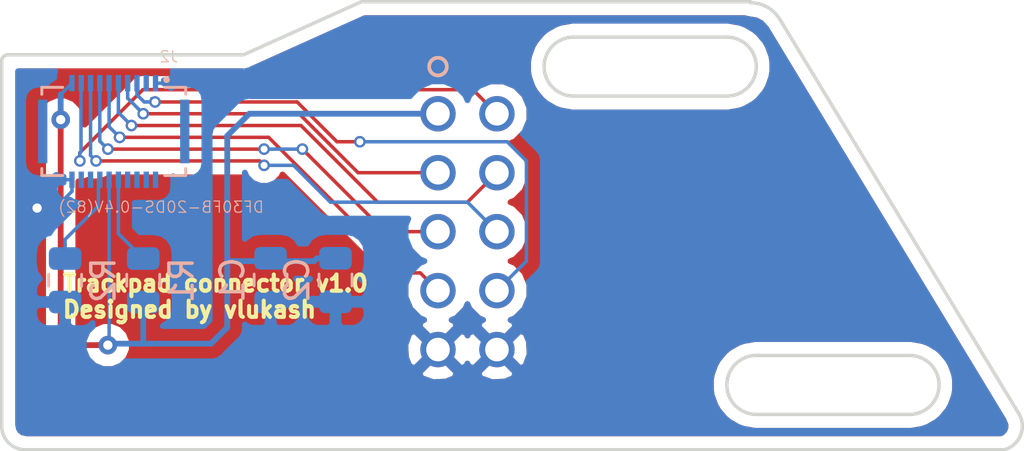
<source format=kicad_pcb>
(kicad_pcb (version 20171130) (host pcbnew 5.0.2-bee76a0~70~ubuntu18.04.1)

  (general
    (thickness 1.6)
    (drawings 21)
    (tracks 110)
    (zones 0)
    (modules 6)
    (nets 21)
  )

  (page A4)
  (title_block
    (title "Trackpad connector")
    (date 2019-01-16)
    (rev 1.0)
    (company vlukash)
  )

  (layers
    (0 F.Cu signal)
    (31 B.Cu signal)
    (32 B.Adhes user)
    (33 F.Adhes user)
    (34 B.Paste user)
    (35 F.Paste user)
    (36 B.SilkS user)
    (37 F.SilkS user)
    (38 B.Mask user)
    (39 F.Mask user)
    (40 Dwgs.User user)
    (41 Cmts.User user)
    (42 Eco1.User user)
    (43 Eco2.User user)
    (44 Edge.Cuts user)
    (45 Margin user)
    (46 B.CrtYd user hide)
    (47 F.CrtYd user)
    (48 B.Fab user hide)
    (49 F.Fab user hide)
  )

  (setup
    (last_trace_width 0.25)
    (trace_clearance 0.2)
    (zone_clearance 0.508)
    (zone_45_only no)
    (trace_min 0.15)
    (segment_width 0.2)
    (edge_width 0.15)
    (via_size 0.8)
    (via_drill 0.4)
    (via_min_size 0.3)
    (via_min_drill 0.3)
    (uvia_size 0.3)
    (uvia_drill 0.1)
    (uvias_allowed no)
    (uvia_min_size 0.2)
    (uvia_min_drill 0.1)
    (pcb_text_width 0.3)
    (pcb_text_size 1.5 1.5)
    (mod_edge_width 0.15)
    (mod_text_size 1 1)
    (mod_text_width 0.15)
    (pad_size 1.524 1.524)
    (pad_drill 0.762)
    (pad_to_mask_clearance 0.051)
    (solder_mask_min_width 0.25)
    (aux_axis_origin 0 0)
    (visible_elements FFFFF77F)
    (pcbplotparams
      (layerselection 0x010fc_ffffffff)
      (usegerberextensions false)
      (usegerberattributes false)
      (usegerberadvancedattributes false)
      (creategerberjobfile false)
      (excludeedgelayer true)
      (linewidth 0.100000)
      (plotframeref false)
      (viasonmask false)
      (mode 1)
      (useauxorigin false)
      (hpglpennumber 1)
      (hpglpenspeed 20)
      (hpglpendiameter 15.000000)
      (psnegative false)
      (psa4output false)
      (plotreference true)
      (plotvalue true)
      (plotinvisibletext false)
      (padsonsilk false)
      (subtractmaskfromsilk false)
      (outputformat 1)
      (mirror false)
      (drillshape 0)
      (scaleselection 1)
      (outputdirectory "../plot/"))
  )

  (net 0 "")
  (net 1 +2V8)
  (net 2 GND)
  (net 3 TP_SHUTDOWN_2V85)
  (net 4 MOSI_2V85)
  (net 5 SCK_2V85)
  (net 6 TP_MOTION_2V85)
  (net 7 TP_CS_2V85)
  (net 8 MISO_2V85)
  (net 9 TP_RESET_2v85)
  (net 10 "Net-(J2-Pad2)")
  (net 11 "Net-(J2-Pad4)")
  (net 12 "Net-(J2-Pad3)")
  (net 13 "Net-(J2-Pad6)")
  (net 14 "Net-(J2-Pad8)")
  (net 15 "Net-(J2-Pad10)")
  (net 16 "Net-(J2-Pad14)")
  (net 17 "Net-(J2-Pad16)")
  (net 18 "Net-(J2-Pad18)")
  (net 19 "Net-(J2-PadS1)")
  (net 20 "Net-(J2-PadS2)")

  (net_class Default "This is the default net class."
    (clearance 0.2)
    (trace_width 0.25)
    (via_dia 0.8)
    (via_drill 0.4)
    (uvia_dia 0.3)
    (uvia_drill 0.1)
  )

  (net_class sm ""
    (clearance 0.15)
    (trace_width 0.15)
    (via_dia 0.5)
    (via_drill 0.3)
    (uvia_dia 0.3)
    (uvia_drill 0.1)
    (diff_pair_gap 0.15)
    (diff_pair_width 0.2)
    (add_net +2V8)
    (add_net GND)
    (add_net MISO_2V85)
    (add_net MOSI_2V85)
    (add_net "Net-(J2-Pad10)")
    (add_net "Net-(J2-Pad14)")
    (add_net "Net-(J2-Pad16)")
    (add_net "Net-(J2-Pad18)")
    (add_net "Net-(J2-Pad2)")
    (add_net "Net-(J2-Pad3)")
    (add_net "Net-(J2-Pad4)")
    (add_net "Net-(J2-Pad6)")
    (add_net "Net-(J2-Pad8)")
    (add_net "Net-(J2-PadS1)")
    (add_net "Net-(J2-PadS2)")
    (add_net SCK_2V85)
    (add_net TP_CS_2V85)
    (add_net TP_MOTION_2V85)
    (add_net TP_RESET_2v85)
    (add_net TP_SHUTDOWN_2V85)
  )

  (module trackpad:67997-410HLF (layer F.Cu) (tedit 5C00D61F) (tstamp 5BFB8DA4)
    (at 135.636 59.436 270)
    (path /5BFBC49D)
    (fp_text reference J1 (at -5.08 1.27 270) (layer Dwgs.User)
      (effects (font (size 1 1) (thickness 0.15)))
    )
    (fp_text value 67997-410HLF (at -5.08 1.27 270) (layer Dwgs.User)
      (effects (font (size 1 1) (thickness 0.15)))
    )
    (fp_text user "Copyright 2016 Accelerated Designs. All rights reserved." (at 0 0 270) (layer Cmts.User)
      (effects (font (size 0.127 0.127) (thickness 0.002)))
    )
    (fp_text user * (at 0 0 270) (layer Dwgs.User)
      (effects (font (size 1 1) (thickness 0.15)))
    )
    (fp_text user * (at 0 0 270) (layer F.Fab)
      (effects (font (size 1 1) (thickness 0.15)))
    )
    (fp_line (start -11.557 3.81) (end 1.397 3.81) (layer Dwgs.User) (width 0.1524))
    (fp_line (start 1.397 3.81) (end 1.397 -1.27) (layer Dwgs.User) (width 0.1524))
    (fp_line (start 1.397 -1.27) (end -11.557 -1.27) (layer Dwgs.User) (width 0.1524))
    (fp_line (start -11.557 -1.27) (end -11.557 3.81) (layer Dwgs.User) (width 0.1524))
    (fp_line (start -11.43 3.683) (end 1.27 3.683) (layer F.Fab) (width 0.1524))
    (fp_line (start 1.27 3.683) (end 1.27 -1.143) (layer F.Fab) (width 0.1524))
    (fp_line (start 1.27 -1.143) (end -11.43 -1.143) (layer F.Fab) (width 0.1524))
    (fp_line (start -11.43 -1.143) (end -11.43 3.683) (layer F.Fab) (width 0.1524))
    (fp_line (start -11.684 -1.397) (end -11.684 3.937) (layer F.CrtYd) (width 0.1524))
    (fp_line (start -11.684 3.937) (end 1.524 3.937) (layer F.CrtYd) (width 0.1524))
    (fp_line (start 1.524 3.937) (end 1.524 -1.397) (layer F.CrtYd) (width 0.1524))
    (fp_line (start 1.524 -1.397) (end -11.684 -1.397) (layer F.CrtYd) (width 0.1524))
    (fp_line (start -11.43 -1.143) (end -11.43 3.683) (layer F.CrtYd) (width 0.1524))
    (fp_line (start -11.43 3.683) (end 1.27 3.683) (layer F.CrtYd) (width 0.1524))
    (fp_line (start 1.27 3.683) (end 1.27 -1.143) (layer F.CrtYd) (width 0.1524))
    (fp_line (start 1.27 -1.143) (end -11.43 -1.143) (layer F.CrtYd) (width 0.1524))
    (fp_circle (center -12.192 2.54) (end -11.811 2.54) (layer F.SilkS) (width 0.1524))
    (fp_circle (center -12.192 2.54) (end -11.811 2.54) (layer B.SilkS) (width 0.1524))
    (fp_circle (center -10.16 4.445) (end -9.779 4.445) (layer F.Fab) (width 0.1524))
    (pad 1 thru_hole circle (at -10.16 2.54 270) (size 1.524 1.524) (drill 1.016) (layers *.Cu *.Mask)
      (net 1 +2V8))
    (pad 2 thru_hole circle (at -7.62 2.54 270) (size 1.524 1.524) (drill 1.016) (layers *.Cu *.Mask)
      (net 3 TP_SHUTDOWN_2V85))
    (pad 3 thru_hole circle (at -5.08 2.54 270) (size 1.524 1.524) (drill 1.016) (layers *.Cu *.Mask)
      (net 4 MOSI_2V85))
    (pad 4 thru_hole circle (at -2.54 2.54 270) (size 1.524 1.524) (drill 1.016) (layers *.Cu *.Mask)
      (net 5 SCK_2V85))
    (pad 5 thru_hole circle (at 0 2.54 270) (size 1.524 1.524) (drill 1.016) (layers *.Cu *.Mask)
      (net 2 GND))
    (pad 6 thru_hole circle (at -10.16 0 270) (size 1.524 1.524) (drill 1.016) (layers *.Cu *.Mask)
      (net 6 TP_MOTION_2V85))
    (pad 7 thru_hole circle (at -7.62 0 270) (size 1.524 1.524) (drill 1.016) (layers *.Cu *.Mask)
      (net 7 TP_CS_2V85))
    (pad 8 thru_hole circle (at -5.08 0 270) (size 1.524 1.524) (drill 1.016) (layers *.Cu *.Mask)
      (net 8 MISO_2V85))
    (pad 9 thru_hole circle (at -2.54 0 270) (size 1.524 1.524) (drill 1.016) (layers *.Cu *.Mask)
      (net 9 TP_RESET_2v85))
    (pad 10 thru_hole circle (at 0 0 270) (size 1.524 1.524) (drill 1.016) (layers *.Cu *.Mask)
      (net 2 GND))
  )

  (module "trackpad:HIROSE_DF30FB-20DS-0.4V(82)" (layer B.Cu) (tedit 0) (tstamp 5BFB8DCF)
    (at 119.126 50.038 180)
    (path /5BFC2433)
    (attr smd)
    (fp_text reference J2 (at -2.37845 3.22132 180) (layer B.SilkS)
      (effects (font (size 0.483319 0.483319) (thickness 0.05)) (justify mirror))
    )
    (fp_text value "DF30FB-20DS-0.4V(82)" (at -2.03738 -3.2598 180) (layer B.SilkS)
      (effects (font (size 0.481269 0.481269) (thickness 0.05)) (justify mirror))
    )
    (fp_line (start -3.1 1.6) (end -3.1 1.9) (layer B.SilkS) (width 0.127))
    (fp_line (start -3.1 1.9) (end -2.2 1.9) (layer B.SilkS) (width 0.127))
    (fp_line (start 3.1 -1.6) (end 3.1 -1.9) (layer B.SilkS) (width 0.127))
    (fp_line (start 3.1 -1.9) (end 2.2 -1.9) (layer B.SilkS) (width 0.127))
    (fp_line (start -3.1 -1.6) (end -3.1 -1.9) (layer B.SilkS) (width 0.127))
    (fp_line (start -3.1 -1.9) (end -2.2 -1.9) (layer B.SilkS) (width 0.127))
    (fp_line (start 3.1 1.6) (end 3.1 1.9) (layer B.SilkS) (width 0.127))
    (fp_line (start 3.1 1.9) (end 2.2 1.9) (layer B.SilkS) (width 0.127))
    (fp_circle (center -2.2762 2.2244) (end -2.2062 2.2244) (layer B.SilkS) (width 0.14))
    (fp_line (start -3.1 1.9) (end -3.1 -1.9) (layer Dwgs.User) (width 0.127))
    (fp_line (start -3.1 -1.9) (end 3.1 -1.9) (layer Dwgs.User) (width 0.127))
    (fp_line (start 3.1 -1.9) (end 3.1 1.9) (layer Dwgs.User) (width 0.127))
    (fp_line (start 3.1 1.9) (end -3.1 1.9) (layer Dwgs.User) (width 0.127))
    (fp_line (start -3.5 2.7) (end -3.5 -2.7) (layer Eco1.User) (width 0.05))
    (fp_line (start -3.5 -2.7) (end 3.5 -2.7) (layer Eco1.User) (width 0.05))
    (fp_line (start 3.5 -2.7) (end 3.5 2.7) (layer Eco1.User) (width 0.05))
    (fp_line (start 3.5 2.7) (end -3.5 2.7) (layer Eco1.User) (width 0.05))
    (pad 2 smd rect (at -1.8 -2.08 180) (size 0.23 0.7) (layers B.Cu B.Paste B.Mask)
      (net 10 "Net-(J2-Pad2)"))
    (pad 1 smd rect (at -1.8 2.08) (size 0.23 0.7) (layers B.Cu B.Paste B.Mask)
      (net 2 GND))
    (pad 4 smd rect (at -1.4 -2.08 180) (size 0.23 0.7) (layers B.Cu B.Paste B.Mask)
      (net 11 "Net-(J2-Pad4)"))
    (pad 3 smd rect (at -1.4 2.08) (size 0.23 0.7) (layers B.Cu B.Paste B.Mask)
      (net 12 "Net-(J2-Pad3)"))
    (pad 6 smd rect (at -1 -2.08 180) (size 0.23 0.7) (layers B.Cu B.Paste B.Mask)
      (net 13 "Net-(J2-Pad6)"))
    (pad 5 smd rect (at -1 2.08) (size 0.23 0.7) (layers B.Cu B.Paste B.Mask)
      (net 9 TP_RESET_2v85))
    (pad 8 smd rect (at -0.6 -2.08 180) (size 0.23 0.7) (layers B.Cu B.Paste B.Mask)
      (net 14 "Net-(J2-Pad8)"))
    (pad 7 smd rect (at -0.6 2.08) (size 0.23 0.7) (layers B.Cu B.Paste B.Mask)
      (net 3 TP_SHUTDOWN_2V85))
    (pad 10 smd rect (at -0.2 -2.08 180) (size 0.23 0.7) (layers B.Cu B.Paste B.Mask)
      (net 15 "Net-(J2-Pad10)"))
    (pad 9 smd rect (at -0.2 2.08) (size 0.23 0.7) (layers B.Cu B.Paste B.Mask)
      (net 7 TP_CS_2V85))
    (pad 12 smd rect (at 0.2 -2.08 180) (size 0.23 0.7) (layers B.Cu B.Paste B.Mask)
      (net 1 +2V8))
    (pad 11 smd rect (at 0.2 2.08) (size 0.23 0.7) (layers B.Cu B.Paste B.Mask)
      (net 5 SCK_2V85))
    (pad 14 smd rect (at 0.6 -2.08 180) (size 0.23 0.7) (layers B.Cu B.Paste B.Mask)
      (net 16 "Net-(J2-Pad14)"))
    (pad 13 smd rect (at 0.6 2.08) (size 0.23 0.7) (layers B.Cu B.Paste B.Mask)
      (net 4 MOSI_2V85))
    (pad 16 smd rect (at 1 -2.08 180) (size 0.23 0.7) (layers B.Cu B.Paste B.Mask)
      (net 17 "Net-(J2-Pad16)"))
    (pad 15 smd rect (at 1 2.08) (size 0.23 0.7) (layers B.Cu B.Paste B.Mask)
      (net 8 MISO_2V85))
    (pad 18 smd rect (at 1.4 -2.08 180) (size 0.23 0.7) (layers B.Cu B.Paste B.Mask)
      (net 18 "Net-(J2-Pad18)"))
    (pad 17 smd rect (at 1.4 2.08) (size 0.23 0.7) (layers B.Cu B.Paste B.Mask)
      (net 6 TP_MOTION_2V85))
    (pad 20 smd rect (at 1.8 -2.08 180) (size 0.23 0.7) (layers B.Cu B.Paste B.Mask)
      (net 2 GND))
    (pad 19 smd rect (at 1.8 2.08) (size 0.23 0.7) (layers B.Cu B.Paste B.Mask)
      (net 1 +2V8))
    (pad S1 smd rect (at -3.06 0 180) (size 0.4 2.74) (layers B.Cu B.Paste B.Mask)
      (net 19 "Net-(J2-PadS1)"))
    (pad S2 smd rect (at 3.06 0) (size 0.4 2.74) (layers B.Cu B.Paste B.Mask)
      (net 20 "Net-(J2-PadS2)"))
  )

  (module Capacitor_SMD:C_0805_2012Metric (layer B.Cu) (tedit 5B36C52B) (tstamp 5BFB8D6F)
    (at 125.885667 56.441123 270)
    (descr "Capacitor SMD 0805 (2012 Metric), square (rectangular) end terminal, IPC_7351 nominal, (Body size source: https://docs.google.com/spreadsheets/d/1BsfQQcO9C6DZCsRaXUlFlo91Tg2WpOkGARC1WS5S8t0/edit?usp=sharing), generated with kicad-footprint-generator")
    (tags capacitor)
    (path /5BFBE5A0)
    (attr smd)
    (fp_text reference C1 (at 0 1.65 270) (layer B.SilkS)
      (effects (font (size 1 1) (thickness 0.15)) (justify mirror))
    )
    (fp_text value 100pF (at 0 -1.65 270) (layer B.Fab)
      (effects (font (size 1 1) (thickness 0.15)) (justify mirror))
    )
    (fp_text user %R (at 0 0 270) (layer B.Fab)
      (effects (font (size 0.5 0.5) (thickness 0.08)) (justify mirror))
    )
    (fp_line (start 1.68 -0.95) (end -1.68 -0.95) (layer B.CrtYd) (width 0.05))
    (fp_line (start 1.68 0.95) (end 1.68 -0.95) (layer B.CrtYd) (width 0.05))
    (fp_line (start -1.68 0.95) (end 1.68 0.95) (layer B.CrtYd) (width 0.05))
    (fp_line (start -1.68 -0.95) (end -1.68 0.95) (layer B.CrtYd) (width 0.05))
    (fp_line (start -0.258578 -0.71) (end 0.258578 -0.71) (layer B.SilkS) (width 0.12))
    (fp_line (start -0.258578 0.71) (end 0.258578 0.71) (layer B.SilkS) (width 0.12))
    (fp_line (start 1 -0.6) (end -1 -0.6) (layer B.Fab) (width 0.1))
    (fp_line (start 1 0.6) (end 1 -0.6) (layer B.Fab) (width 0.1))
    (fp_line (start -1 0.6) (end 1 0.6) (layer B.Fab) (width 0.1))
    (fp_line (start -1 -0.6) (end -1 0.6) (layer B.Fab) (width 0.1))
    (pad 2 smd roundrect (at 0.9375 0 270) (size 0.975 1.4) (layers B.Cu B.Paste B.Mask) (roundrect_rratio 0.25)
      (net 2 GND))
    (pad 1 smd roundrect (at -0.9375 0 270) (size 0.975 1.4) (layers B.Cu B.Paste B.Mask) (roundrect_rratio 0.25)
      (net 1 +2V8))
    (model ${KISYS3DMOD}/Capacitor_SMD.3dshapes/C_0805_2012Metric.wrl
      (at (xyz 0 0 0))
      (scale (xyz 1 1 1))
      (rotate (xyz 0 0 0))
    )
  )

  (module Capacitor_SMD:C_0805_2012Metric (layer B.Cu) (tedit 5B36C52B) (tstamp 5BFB8D80)
    (at 128.679667 56.441123 270)
    (descr "Capacitor SMD 0805 (2012 Metric), square (rectangular) end terminal, IPC_7351 nominal, (Body size source: https://docs.google.com/spreadsheets/d/1BsfQQcO9C6DZCsRaXUlFlo91Tg2WpOkGARC1WS5S8t0/edit?usp=sharing), generated with kicad-footprint-generator")
    (tags capacitor)
    (path /5BFBE5A7)
    (attr smd)
    (fp_text reference C2 (at 0 1.65 270) (layer B.SilkS)
      (effects (font (size 1 1) (thickness 0.15)) (justify mirror))
    )
    (fp_text value 100nF (at 0 -1.65 270) (layer B.Fab)
      (effects (font (size 1 1) (thickness 0.15)) (justify mirror))
    )
    (fp_line (start -1 -0.6) (end -1 0.6) (layer B.Fab) (width 0.1))
    (fp_line (start -1 0.6) (end 1 0.6) (layer B.Fab) (width 0.1))
    (fp_line (start 1 0.6) (end 1 -0.6) (layer B.Fab) (width 0.1))
    (fp_line (start 1 -0.6) (end -1 -0.6) (layer B.Fab) (width 0.1))
    (fp_line (start -0.258578 0.71) (end 0.258578 0.71) (layer B.SilkS) (width 0.12))
    (fp_line (start -0.258578 -0.71) (end 0.258578 -0.71) (layer B.SilkS) (width 0.12))
    (fp_line (start -1.68 -0.95) (end -1.68 0.95) (layer B.CrtYd) (width 0.05))
    (fp_line (start -1.68 0.95) (end 1.68 0.95) (layer B.CrtYd) (width 0.05))
    (fp_line (start 1.68 0.95) (end 1.68 -0.95) (layer B.CrtYd) (width 0.05))
    (fp_line (start 1.68 -0.95) (end -1.68 -0.95) (layer B.CrtYd) (width 0.05))
    (fp_text user %R (at 0 0 270) (layer B.Fab)
      (effects (font (size 0.5 0.5) (thickness 0.08)) (justify mirror))
    )
    (pad 1 smd roundrect (at -0.9375 0 270) (size 0.975 1.4) (layers B.Cu B.Paste B.Mask) (roundrect_rratio 0.25)
      (net 1 +2V8))
    (pad 2 smd roundrect (at 0.9375 0 270) (size 0.975 1.4) (layers B.Cu B.Paste B.Mask) (roundrect_rratio 0.25)
      (net 2 GND))
    (model ${KISYS3DMOD}/Capacitor_SMD.3dshapes/C_0805_2012Metric.wrl
      (at (xyz 0 0 0))
      (scale (xyz 1 1 1))
      (rotate (xyz 0 0 0))
    )
  )

  (module Resistor_SMD:R_0805_2012Metric (layer B.Cu) (tedit 5B36C52B) (tstamp 5BFB8DE0)
    (at 120.396 56.4515 90)
    (descr "Resistor SMD 0805 (2012 Metric), square (rectangular) end terminal, IPC_7351 nominal, (Body size source: https://docs.google.com/spreadsheets/d/1BsfQQcO9C6DZCsRaXUlFlo91Tg2WpOkGARC1WS5S8t0/edit?usp=sharing), generated with kicad-footprint-generator")
    (tags resistor)
    (path /5BFC6507)
    (attr smd)
    (fp_text reference R1 (at 0 1.65 90) (layer B.SilkS)
      (effects (font (size 1 1) (thickness 0.15)) (justify mirror))
    )
    (fp_text value 220k (at 0 -1.65 90) (layer B.Fab)
      (effects (font (size 1 1) (thickness 0.15)) (justify mirror))
    )
    (fp_text user %R (at 0 0 90) (layer B.Fab)
      (effects (font (size 0.5 0.5) (thickness 0.08)) (justify mirror))
    )
    (fp_line (start 1.68 -0.95) (end -1.68 -0.95) (layer B.CrtYd) (width 0.05))
    (fp_line (start 1.68 0.95) (end 1.68 -0.95) (layer B.CrtYd) (width 0.05))
    (fp_line (start -1.68 0.95) (end 1.68 0.95) (layer B.CrtYd) (width 0.05))
    (fp_line (start -1.68 -0.95) (end -1.68 0.95) (layer B.CrtYd) (width 0.05))
    (fp_line (start -0.258578 -0.71) (end 0.258578 -0.71) (layer B.SilkS) (width 0.12))
    (fp_line (start -0.258578 0.71) (end 0.258578 0.71) (layer B.SilkS) (width 0.12))
    (fp_line (start 1 -0.6) (end -1 -0.6) (layer B.Fab) (width 0.1))
    (fp_line (start 1 0.6) (end 1 -0.6) (layer B.Fab) (width 0.1))
    (fp_line (start -1 0.6) (end 1 0.6) (layer B.Fab) (width 0.1))
    (fp_line (start -1 -0.6) (end -1 0.6) (layer B.Fab) (width 0.1))
    (pad 2 smd roundrect (at 0.9375 0 90) (size 0.975 1.4) (layers B.Cu B.Paste B.Mask) (roundrect_rratio 0.25)
      (net 15 "Net-(J2-Pad10)"))
    (pad 1 smd roundrect (at -0.9375 0 90) (size 0.975 1.4) (layers B.Cu B.Paste B.Mask) (roundrect_rratio 0.25)
      (net 1 +2V8))
    (model ${KISYS3DMOD}/Resistor_SMD.3dshapes/R_0805_2012Metric.wrl
      (at (xyz 0 0 0))
      (scale (xyz 1 1 1))
      (rotate (xyz 0 0 0))
    )
  )

  (module Resistor_SMD:R_0805_2012Metric (layer B.Cu) (tedit 5B36C52B) (tstamp 5BFB8DF1)
    (at 117.0305 56.4515 90)
    (descr "Resistor SMD 0805 (2012 Metric), square (rectangular) end terminal, IPC_7351 nominal, (Body size source: https://docs.google.com/spreadsheets/d/1BsfQQcO9C6DZCsRaXUlFlo91Tg2WpOkGARC1WS5S8t0/edit?usp=sharing), generated with kicad-footprint-generator")
    (tags resistor)
    (path /5BFC98B0)
    (attr smd)
    (fp_text reference R2 (at 0 1.65 90) (layer B.SilkS)
      (effects (font (size 1 1) (thickness 0.15)) (justify mirror))
    )
    (fp_text value 220k (at 0 -1.65 90) (layer B.Fab)
      (effects (font (size 1 1) (thickness 0.15)) (justify mirror))
    )
    (fp_line (start -1 -0.6) (end -1 0.6) (layer B.Fab) (width 0.1))
    (fp_line (start -1 0.6) (end 1 0.6) (layer B.Fab) (width 0.1))
    (fp_line (start 1 0.6) (end 1 -0.6) (layer B.Fab) (width 0.1))
    (fp_line (start 1 -0.6) (end -1 -0.6) (layer B.Fab) (width 0.1))
    (fp_line (start -0.258578 0.71) (end 0.258578 0.71) (layer B.SilkS) (width 0.12))
    (fp_line (start -0.258578 -0.71) (end 0.258578 -0.71) (layer B.SilkS) (width 0.12))
    (fp_line (start -1.68 -0.95) (end -1.68 0.95) (layer B.CrtYd) (width 0.05))
    (fp_line (start -1.68 0.95) (end 1.68 0.95) (layer B.CrtYd) (width 0.05))
    (fp_line (start 1.68 0.95) (end 1.68 -0.95) (layer B.CrtYd) (width 0.05))
    (fp_line (start 1.68 -0.95) (end -1.68 -0.95) (layer B.CrtYd) (width 0.05))
    (fp_text user %R (at 0 0 90) (layer B.Fab)
      (effects (font (size 0.5 0.5) (thickness 0.08)) (justify mirror))
    )
    (pad 1 smd roundrect (at -0.9375 0 90) (size 0.975 1.4) (layers B.Cu B.Paste B.Mask) (roundrect_rratio 0.25)
      (net 2 GND))
    (pad 2 smd roundrect (at 0.9375 0 90) (size 0.975 1.4) (layers B.Cu B.Paste B.Mask) (roundrect_rratio 0.25)
      (net 16 "Net-(J2-Pad14)"))
    (model ${KISYS3DMOD}/Resistor_SMD.3dshapes/R_0805_2012Metric.wrl
      (at (xyz 0 0 0))
      (scale (xyz 1 1 1))
      (rotate (xyz 0 0 0))
    )
  )

  (gr_text "Trackpad connector v1.0\nDesigned by vlukash" (at 116.84 57.15) (layer F.SilkS)
    (effects (font (size 0.7 0.7) (thickness 0.175)) (justify left))
  )
  (gr_line (start 114.554 46.736) (end 124.714 46.736) (layer Edge.Cuts) (width 0.15))
  (gr_line (start 129.794 44.45) (end 124.714 46.736) (layer Edge.Cuts) (width 0.15))
  (gr_arc (start 153.416 60.96) (end 153.416 62.23) (angle -180) (layer Edge.Cuts) (width 0.15) (tstamp 5BFCD47E))
  (gr_line (start 153.416 59.69) (end 146.812 59.69) (layer Edge.Cuts) (width 0.15) (tstamp 5BFCD47D))
  (gr_line (start 153.416 62.23) (end 146.812 62.23) (layer Edge.Cuts) (width 0.15) (tstamp 5BFCD47C))
  (gr_arc (start 146.812 60.96) (end 146.812 59.69) (angle -180) (layer Edge.Cuts) (width 0.15) (tstamp 5BFCD47B))
  (gr_arc (start 138.938 47.244) (end 138.938 45.974) (angle -180) (layer Edge.Cuts) (width 0.15))
  (gr_arc (start 145.542 47.244) (end 145.542 48.514) (angle -180) (layer Edge.Cuts) (width 0.15))
  (gr_line (start 145.542 45.974) (end 138.938 45.974) (layer Edge.Cuts) (width 0.15) (tstamp 5BFCD3E8))
  (gr_line (start 145.542 48.514) (end 138.938 48.514) (layer Edge.Cuts) (width 0.15))
  (gr_arc (start 115.316 62.738) (end 114.3 62.738) (angle -90) (layer Edge.Cuts) (width 0.15))
  (gr_arc (start 146.558 45.974) (end 147.827999 45.212001) (angle -59.03624347) (layer Edge.Cuts) (width 0.15))
  (gr_arc (start 157.226 62.738) (end 157.479999 63.753999) (angle -109.6538639) (layer Edge.Cuts) (width 0.15))
  (gr_line (start 155.448 63.754) (end 157.48 63.754) (layer Edge.Cuts) (width 0.15))
  (gr_line (start 144.526 44.45) (end 146.558 44.45) (layer Edge.Cuts) (width 0.15))
  (gr_arc (start 114.554 46.99) (end 114.554 46.736) (angle -90) (layer Edge.Cuts) (width 0.15))
  (gr_line (start 147.828 45.212) (end 158.097379 62.15708) (layer Edge.Cuts) (width 0.15))
  (gr_line (start 115.316 63.754) (end 155.448 63.754) (layer Edge.Cuts) (width 0.15))
  (gr_line (start 114.3 46.99) (end 114.3 62.738) (layer Edge.Cuts) (width 0.15))
  (gr_line (start 144.526 44.45) (end 129.794 44.45) (layer Edge.Cuts) (width 0.15))

  (via (at 118.872 59.2455) (size 0.8) (drill 0.4) (layers F.Cu B.Cu) (net 1))
  (segment (start 118.872 52.172) (end 118.926 52.118) (width 0.15) (layer B.Cu) (net 1))
  (segment (start 116.84 48.444) (end 117.326 47.958) (width 0.15) (layer B.Cu) (net 1))
  (via (at 116.84 49.53) (size 0.8) (drill 0.4) (layers F.Cu B.Cu) (net 1))
  (segment (start 116.84 48.444) (end 116.84 49.53) (width 0.25) (layer B.Cu) (net 1))
  (segment (start 133.096 49.276) (end 124.968 49.276) (width 0.25) (layer B.Cu) (net 1))
  (segment (start 124.968 49.276) (end 124.0155 50.2285) (width 0.25) (layer B.Cu) (net 1))
  (segment (start 118.872 59.2455) (end 117.348 59.2455) (width 0.25) (layer F.Cu) (net 1))
  (segment (start 116.84 58.7375) (end 116.84 53.0225) (width 0.25) (layer F.Cu) (net 1))
  (segment (start 116.84 53.34) (end 116.84 53.0225) (width 0.25) (layer F.Cu) (net 1))
  (segment (start 117.348 59.2455) (end 116.84 58.7375) (width 0.25) (layer F.Cu) (net 1))
  (segment (start 116.84 53.0225) (end 116.84 49.53) (width 0.25) (layer F.Cu) (net 1))
  (segment (start 124.0155 58.4835) (end 123.317 59.182) (width 0.25) (layer B.Cu) (net 1))
  (segment (start 124.0155 52.8955) (end 124.0155 53.086) (width 0.25) (layer B.Cu) (net 1))
  (segment (start 124.0155 50.2285) (end 124.0155 52.8955) (width 0.25) (layer B.Cu) (net 1))
  (segment (start 120.396 57.9765) (end 120.396 59.182) (width 0.25) (layer B.Cu) (net 1))
  (segment (start 120.396 57.389) (end 120.396 57.9765) (width 0.25) (layer B.Cu) (net 1))
  (segment (start 123.317 59.182) (end 120.396 59.182) (width 0.25) (layer B.Cu) (net 1))
  (segment (start 120.396 59.182) (end 118.9355 59.182) (width 0.25) (layer B.Cu) (net 1))
  (segment (start 127.75729 55.626) (end 124.0155 55.626) (width 0.25) (layer B.Cu) (net 1))
  (segment (start 127.879667 55.503623) (end 127.75729 55.626) (width 0.25) (layer B.Cu) (net 1))
  (segment (start 128.679667 55.503623) (end 127.879667 55.503623) (width 0.25) (layer B.Cu) (net 1))
  (segment (start 124.0155 52.8955) (end 124.0155 55.626) (width 0.25) (layer B.Cu) (net 1))
  (segment (start 124.0155 55.626) (end 124.0155 58.4835) (width 0.25) (layer B.Cu) (net 1))
  (segment (start 118.926 59.1915) (end 118.872 59.2455) (width 0.15) (layer B.Cu) (net 1))
  (segment (start 118.926 52.118) (end 118.926 59.1915) (width 0.15) (layer B.Cu) (net 1))
  (via (at 115.824 53.34) (size 0.8) (drill 0.4) (layers F.Cu B.Cu) (net 2))
  (segment (start 116.389685 53.34) (end 115.824 53.34) (width 0.15) (layer B.Cu) (net 2))
  (segment (start 116.604 53.34) (end 116.389685 53.34) (width 0.15) (layer B.Cu) (net 2))
  (segment (start 117.326 52.618) (end 116.604 53.34) (width 0.15) (layer B.Cu) (net 2))
  (segment (start 117.326 52.118) (end 117.326 52.618) (width 0.15) (layer B.Cu) (net 2))
  (segment (start 117.326 52.118) (end 116.634 52.118) (width 0.15) (layer B.Cu) (net 2))
  (segment (start 120.926 47.958) (end 121.364 47.958) (width 0.15) (layer B.Cu) (net 2))
  (via (at 120.396 49.276) (size 0.5) (drill 0.3) (layers F.Cu B.Cu) (net 3))
  (segment (start 119.726 48.606) (end 120.396 49.276) (width 0.15) (layer B.Cu) (net 3))
  (segment (start 119.726 47.958) (end 119.726 48.606) (width 0.15) (layer B.Cu) (net 3))
  (segment (start 120.749553 49.276) (end 120.396 49.276) (width 0.15) (layer F.Cu) (net 3))
  (segment (start 127.11128 49.276) (end 120.749553 49.276) (width 0.15) (layer F.Cu) (net 3))
  (segment (start 129.65128 51.816) (end 127.11128 49.276) (width 0.15) (layer F.Cu) (net 3))
  (segment (start 133.096 51.816) (end 129.65128 51.816) (width 0.15) (layer F.Cu) (net 3))
  (via (at 118.872 50.8) (size 0.5) (drill 0.3) (layers F.Cu B.Cu) (net 4))
  (segment (start 118.526 50.454) (end 118.872 50.8) (width 0.15) (layer B.Cu) (net 4))
  (segment (start 118.526 47.958) (end 118.526 50.454) (width 0.15) (layer B.Cu) (net 4))
  (via (at 127.254 50.8) (size 0.5) (drill 0.3) (layers F.Cu B.Cu) (net 4))
  (segment (start 118.872 50.8) (end 125.603 50.8) (width 0.15) (layer F.Cu) (net 4))
  (segment (start 125.603 50.8) (end 125.6665 50.8) (width 0.15) (layer F.Cu) (net 4) (tstamp 5BFCF191))
  (via (at 125.603 50.8) (size 0.5) (drill 0.3) (layers F.Cu B.Cu) (net 4))
  (segment (start 130.81 54.356) (end 127.254 50.8) (width 0.15) (layer F.Cu) (net 4))
  (segment (start 133.096 54.356) (end 130.81 54.356) (width 0.15) (layer F.Cu) (net 4))
  (segment (start 125.603 50.8) (end 127.254 50.8) (width 0.15) (layer B.Cu) (net 4))
  (via (at 119.38 50.292) (size 0.5) (drill 0.3) (layers F.Cu B.Cu) (net 5))
  (segment (start 118.926 49.838) (end 119.38 50.292) (width 0.15) (layer B.Cu) (net 5))
  (segment (start 118.926 47.958) (end 118.926 49.838) (width 0.15) (layer B.Cu) (net 5))
  (via (at 119.38 50.292) (size 0.5) (drill 0.3) (layers F.Cu B.Cu) (net 5) (tstamp 5BFCF187))
  (via (at 119.38 50.292) (size 0.5) (drill 0.3) (layers F.Cu B.Cu) (net 5))
  (segment (start 132.334001 56.134001) (end 133.096 56.896) (width 0.15) (layer F.Cu) (net 5))
  (segment (start 131.640003 56.134001) (end 132.334001 56.134001) (width 0.15) (layer F.Cu) (net 5))
  (segment (start 125.798002 50.292) (end 131.640003 56.134001) (width 0.15) (layer F.Cu) (net 5))
  (segment (start 119.38 50.292) (end 125.798002 50.292) (width 0.15) (layer F.Cu) (net 5))
  (via (at 117.6655 51.308) (size 0.5) (drill 0.3) (layers F.Cu B.Cu) (net 6))
  (segment (start 117.716001 50.903946) (end 117.6655 50.954447) (width 0.15) (layer B.Cu) (net 6))
  (segment (start 117.6655 50.954447) (end 117.6655 51.308) (width 0.15) (layer B.Cu) (net 6))
  (segment (start 117.716001 48.272999) (end 117.716001 50.903946) (width 0.15) (layer B.Cu) (net 6))
  (segment (start 117.726 48.263) (end 117.716001 48.272999) (width 0.15) (layer B.Cu) (net 6))
  (segment (start 117.726 47.958) (end 117.726 48.263) (width 0.15) (layer B.Cu) (net 6))
  (segment (start 134.874001 48.514001) (end 135.636 49.276) (width 0.15) (layer F.Cu) (net 6))
  (segment (start 134.598999 48.238999) (end 134.874001 48.514001) (width 0.15) (layer F.Cu) (net 6))
  (segment (start 120.380948 48.238999) (end 134.598999 48.238999) (width 0.15) (layer F.Cu) (net 6))
  (segment (start 117.6655 50.954447) (end 120.380948 48.238999) (width 0.15) (layer F.Cu) (net 6))
  (segment (start 117.6655 51.308) (end 117.6655 50.954447) (width 0.15) (layer F.Cu) (net 6))
  (via (at 119.888 49.784) (size 0.5) (drill 0.3) (layers F.Cu B.Cu) (net 7))
  (segment (start 119.326 49.222) (end 119.888 49.784) (width 0.15) (layer B.Cu) (net 7))
  (segment (start 119.326 47.958) (end 119.326 49.222) (width 0.15) (layer B.Cu) (net 7))
  (segment (start 135.636 51.816) (end 134.366 53.086) (width 0.15) (layer F.Cu) (net 7))
  (segment (start 120.241553 49.784) (end 119.888 49.784) (width 0.15) (layer F.Cu) (net 7))
  (segment (start 127.195002 49.784) (end 120.241553 49.784) (width 0.15) (layer F.Cu) (net 7))
  (segment (start 130.497002 53.086) (end 127.195002 49.784) (width 0.15) (layer F.Cu) (net 7))
  (segment (start 134.366 53.086) (end 130.497002 53.086) (width 0.15) (layer F.Cu) (net 7))
  (via (at 125.603 51.4985) (size 0.5) (drill 0.3) (layers F.Cu B.Cu) (net 8) (tstamp 5BFCF211))
  (via (at 118.364 51.308) (size 0.5) (drill 0.3) (layers F.Cu B.Cu) (net 8))
  (segment (start 118.126 51.07) (end 118.364 51.308) (width 0.15) (layer B.Cu) (net 8))
  (segment (start 118.126 47.958) (end 118.126 51.07) (width 0.15) (layer B.Cu) (net 8))
  (segment (start 125.4125 51.308) (end 125.603 51.4985) (width 0.15) (layer F.Cu) (net 8))
  (segment (start 118.364 51.308) (end 125.4125 51.308) (width 0.15) (layer F.Cu) (net 8))
  (segment (start 135.636 54.356) (end 134.366 53.086) (width 0.15) (layer B.Cu) (net 8))
  (segment (start 134.366 53.086) (end 128.4605 53.086) (width 0.15) (layer B.Cu) (net 8))
  (segment (start 128.4605 53.086) (end 126.873 51.4985) (width 0.15) (layer B.Cu) (net 8))
  (segment (start 126.873 51.4985) (end 125.603 51.4985) (width 0.15) (layer B.Cu) (net 8))
  (via (at 120.904 48.768) (size 0.5) (drill 0.3) (layers F.Cu B.Cu) (net 9))
  (segment (start 120.761 48.625) (end 120.904 48.768) (width 0.15) (layer B.Cu) (net 9))
  (segment (start 120.550447 48.768) (end 120.904 48.768) (width 0.15) (layer B.Cu) (net 9))
  (segment (start 120.436 48.768) (end 120.550447 48.768) (width 0.15) (layer B.Cu) (net 9))
  (segment (start 120.126 48.458) (end 120.436 48.768) (width 0.15) (layer B.Cu) (net 9))
  (segment (start 120.126 47.958) (end 120.126 48.458) (width 0.15) (layer B.Cu) (net 9))
  (segment (start 127.027558 48.768) (end 128.742058 50.4825) (width 0.15) (layer F.Cu) (net 9))
  (segment (start 120.904 48.768) (end 127.027558 48.768) (width 0.15) (layer F.Cu) (net 9))
  (segment (start 128.742058 50.4825) (end 129.7305 50.4825) (width 0.15) (layer F.Cu) (net 9))
  (segment (start 129.7305 50.4825) (end 129.7305 50.4825) (width 0.15) (layer F.Cu) (net 9) (tstamp 5BFCF293))
  (via (at 129.7305 50.4825) (size 0.5) (drill 0.3) (layers F.Cu B.Cu) (net 9))
  (segment (start 136.906 55.626) (end 135.636 56.896) (width 0.15) (layer B.Cu) (net 9))
  (segment (start 136.906 51.308) (end 136.906 55.626) (width 0.15) (layer B.Cu) (net 9))
  (segment (start 129.7305 50.4825) (end 136.0805 50.4825) (width 0.15) (layer B.Cu) (net 9))
  (segment (start 136.0805 50.4825) (end 136.906 51.308) (width 0.15) (layer B.Cu) (net 9))
  (segment (start 119.326 54.444) (end 119.326 52.118) (width 0.15) (layer B.Cu) (net 15))
  (segment (start 120.396 55.514) (end 119.326 54.444) (width 0.15) (layer B.Cu) (net 15))
  (segment (start 117.0305 54.9265) (end 117.0305 55.514) (width 0.15) (layer B.Cu) (net 16))
  (segment (start 118.466001 53.254997) (end 117.0305 54.690498) (width 0.15) (layer B.Cu) (net 16))
  (segment (start 118.466001 52.177999) (end 118.466001 53.254997) (width 0.15) (layer B.Cu) (net 16))
  (segment (start 117.0305 54.690498) (end 117.0305 54.9265) (width 0.15) (layer B.Cu) (net 16))
  (segment (start 118.526 52.118) (end 118.466001 52.177999) (width 0.15) (layer B.Cu) (net 16))

  (zone (net 2) (net_name GND) (layer F.Cu) (tstamp 5C00D80A) (hatch edge 0.508)
    (connect_pads (clearance 0.508))
    (min_thickness 0.254)
    (fill yes (arc_segments 16) (thermal_gap 0.508) (thermal_bridge_width 0.508))
    (polygon
      (pts
        (xy 114.554 46.99) (xy 114.554 62.992) (xy 115.062 63.5) (xy 157.48 63.5) (xy 157.988 62.992)
        (xy 157.734 61.976) (xy 147.574 45.212) (xy 146.812 44.704) (xy 129.794 44.704) (xy 124.714 46.99)
      )
    )
    (filled_polygon
      (pts
        (xy 146.322749 45.162834) (xy 146.441427 45.193305) (xy 146.804596 45.253753) (xy 147.024601 45.372461) (xy 147.229123 45.593712)
        (xy 157.461941 62.478464) (xy 157.54321 62.675246) (xy 157.543078 62.801416) (xy 157.494674 62.917929) (xy 157.398894 63.013509)
        (xy 157.329968 63.044) (xy 115.38593 63.044) (xy 115.204223 63.007856) (xy 115.109461 62.944539) (xy 115.046144 62.849777)
        (xy 115.01 62.668069) (xy 115.01 60.416213) (xy 132.295392 60.416213) (xy 132.364857 60.658397) (xy 132.888302 60.845144)
        (xy 133.443368 60.817362) (xy 133.827143 60.658397) (xy 133.896608 60.416213) (xy 134.835392 60.416213) (xy 134.904857 60.658397)
        (xy 135.428302 60.845144) (xy 135.983368 60.817362) (xy 136.171422 60.739467) (xy 144.851294 60.739467) (xy 144.851294 61.180534)
        (xy 144.894112 61.423368) (xy 145.044965 61.83783) (xy 145.044966 61.837835) (xy 145.168257 62.05138) (xy 145.451769 62.389256)
        (xy 145.64066 62.547754) (xy 145.640662 62.547755) (xy 146.022632 62.768287) (xy 146.022633 62.768287) (xy 146.022635 62.768289)
        (xy 146.254344 62.852624) (xy 146.681119 62.927875) (xy 146.742074 62.94) (xy 153.485926 62.94) (xy 153.546874 62.927877)
        (xy 153.973656 62.852624) (xy 154.205365 62.768289) (xy 154.205368 62.768286) (xy 154.587338 62.547755) (xy 154.58734 62.547754)
        (xy 154.776231 62.389256) (xy 155.059743 62.05138) (xy 155.062064 62.047361) (xy 155.183034 61.837835) (xy 155.333888 61.423368)
        (xy 155.376706 61.180534) (xy 155.376706 60.739467) (xy 155.362411 60.658397) (xy 155.333888 60.496632) (xy 155.183034 60.082165)
        (xy 155.059744 59.868621) (xy 155.059743 59.86862) (xy 154.776231 59.530744) (xy 154.58734 59.372246) (xy 154.587338 59.372245)
        (xy 154.205367 59.151713) (xy 154.205368 59.151713) (xy 154.205365 59.151711) (xy 153.973656 59.067376) (xy 153.546874 58.992123)
        (xy 153.485926 58.98) (xy 146.742074 58.98) (xy 146.681119 58.992125) (xy 146.254344 59.067376) (xy 146.022635 59.151711)
        (xy 146.022633 59.151713) (xy 146.022632 59.151713) (xy 145.640662 59.372245) (xy 145.64066 59.372246) (xy 145.451769 59.530744)
        (xy 145.168257 59.86862) (xy 145.044966 60.082165) (xy 145.044966 60.082167) (xy 144.894112 60.496632) (xy 144.865589 60.658397)
        (xy 144.851294 60.739467) (xy 136.171422 60.739467) (xy 136.367143 60.658397) (xy 136.436608 60.416213) (xy 135.636 59.615605)
        (xy 134.835392 60.416213) (xy 133.896608 60.416213) (xy 133.096 59.615605) (xy 132.295392 60.416213) (xy 115.01 60.416213)
        (xy 115.01 49.324126) (xy 115.805 49.324126) (xy 115.805 49.735874) (xy 115.962569 50.11628) (xy 116.080001 50.233712)
        (xy 116.08 52.947648) (xy 116.08 53.414851) (xy 116.080001 53.414856) (xy 116.08 58.662653) (xy 116.065112 58.7375)
        (xy 116.08 58.812347) (xy 116.08 58.812351) (xy 116.124096 59.034036) (xy 116.292071 59.285429) (xy 116.355529 59.32783)
        (xy 116.757672 59.729975) (xy 116.800071 59.793429) (xy 116.863524 59.835827) (xy 116.863526 59.835829) (xy 116.988902 59.919602)
        (xy 117.051463 59.961404) (xy 117.273148 60.0055) (xy 117.273152 60.0055) (xy 117.347999 60.020388) (xy 117.422846 60.0055)
        (xy 118.168289 60.0055) (xy 118.28572 60.122931) (xy 118.666126 60.2805) (xy 119.077874 60.2805) (xy 119.45828 60.122931)
        (xy 119.749431 59.83178) (xy 119.907 59.451374) (xy 119.907 59.228302) (xy 131.686856 59.228302) (xy 131.714638 59.783368)
        (xy 131.873603 60.167143) (xy 132.115787 60.236608) (xy 132.916395 59.436) (xy 133.275605 59.436) (xy 134.076213 60.236608)
        (xy 134.318397 60.167143) (xy 134.362453 60.043656) (xy 134.413603 60.167143) (xy 134.655787 60.236608) (xy 135.456395 59.436)
        (xy 135.815605 59.436) (xy 136.616213 60.236608) (xy 136.858397 60.167143) (xy 137.045144 59.643698) (xy 137.017362 59.088632)
        (xy 136.858397 58.704857) (xy 136.616213 58.635392) (xy 135.815605 59.436) (xy 135.456395 59.436) (xy 134.655787 58.635392)
        (xy 134.413603 58.704857) (xy 134.369547 58.828344) (xy 134.318397 58.704857) (xy 134.076213 58.635392) (xy 133.275605 59.436)
        (xy 132.916395 59.436) (xy 132.115787 58.635392) (xy 131.873603 58.704857) (xy 131.686856 59.228302) (xy 119.907 59.228302)
        (xy 119.907 59.039626) (xy 119.749431 58.65922) (xy 119.45828 58.368069) (xy 119.077874 58.2105) (xy 118.666126 58.2105)
        (xy 118.28572 58.368069) (xy 118.168289 58.4855) (xy 117.662802 58.4855) (xy 117.6 58.422698) (xy 117.6 52.193)
        (xy 117.841537 52.193) (xy 118.01475 52.121253) (xy 118.187963 52.193) (xy 118.540037 52.193) (xy 118.865312 52.058267)
        (xy 118.905579 52.018) (xy 124.870921 52.018) (xy 125.101688 52.248767) (xy 125.426963 52.3835) (xy 125.779037 52.3835)
        (xy 126.104312 52.248767) (xy 126.353267 51.999812) (xy 126.396749 51.894837) (xy 131.088511 56.5866) (xy 131.128122 56.645882)
        (xy 131.362975 56.802806) (xy 131.570077 56.844001) (xy 131.570078 56.844001) (xy 131.640002 56.85791) (xy 131.699 56.846174)
        (xy 131.699 57.173881) (xy 131.91168 57.687337) (xy 132.304663 58.08032) (xy 132.495647 58.159428) (xy 132.364857 58.213603)
        (xy 132.295392 58.455787) (xy 133.096 59.256395) (xy 133.896608 58.455787) (xy 133.827143 58.213603) (xy 133.686607 58.163465)
        (xy 133.887337 58.08032) (xy 134.28032 57.687337) (xy 134.366 57.480487) (xy 134.45168 57.687337) (xy 134.844663 58.08032)
        (xy 135.035647 58.159428) (xy 134.904857 58.213603) (xy 134.835392 58.455787) (xy 135.636 59.256395) (xy 136.436608 58.455787)
        (xy 136.367143 58.213603) (xy 136.226607 58.163465) (xy 136.427337 58.08032) (xy 136.82032 57.687337) (xy 137.033 57.173881)
        (xy 137.033 56.618119) (xy 136.82032 56.104663) (xy 136.427337 55.71168) (xy 136.220487 55.626) (xy 136.427337 55.54032)
        (xy 136.82032 55.147337) (xy 137.033 54.633881) (xy 137.033 54.078119) (xy 136.82032 53.564663) (xy 136.427337 53.17168)
        (xy 136.220487 53.086) (xy 136.427337 53.00032) (xy 136.82032 52.607337) (xy 137.033 52.093881) (xy 137.033 51.538119)
        (xy 136.82032 51.024663) (xy 136.427337 50.63168) (xy 136.220487 50.546) (xy 136.427337 50.46032) (xy 136.82032 50.067337)
        (xy 137.033 49.553881) (xy 137.033 48.998119) (xy 136.82032 48.484663) (xy 136.427337 48.09168) (xy 135.913881 47.879)
        (xy 135.358119 47.879) (xy 135.276782 47.912691) (xy 135.150493 47.786402) (xy 135.11088 47.727118) (xy 134.876027 47.570194)
        (xy 134.668925 47.528999) (xy 134.668923 47.528999) (xy 134.598999 47.51509) (xy 134.529075 47.528999) (xy 120.450868 47.528999)
        (xy 120.380947 47.515091) (xy 120.311026 47.528999) (xy 120.311022 47.528999) (xy 120.10392 47.570194) (xy 119.869067 47.727118)
        (xy 119.829456 47.7864) (xy 117.871477 49.74438) (xy 117.875 49.735874) (xy 117.875 49.324126) (xy 117.717431 48.94372)
        (xy 117.42628 48.652569) (xy 117.045874 48.495) (xy 116.634126 48.495) (xy 116.25372 48.652569) (xy 115.962569 48.94372)
        (xy 115.805 49.324126) (xy 115.01 49.324126) (xy 115.01 47.446) (xy 124.654869 47.446) (xy 124.735826 47.45958)
        (xy 124.862999 47.430271) (xy 124.991028 47.404805) (xy 125.059286 47.359196) (xy 125.805353 47.023466) (xy 136.977294 47.023466)
        (xy 136.977294 47.464534) (xy 137.020112 47.707368) (xy 137.170965 48.12183) (xy 137.170966 48.121835) (xy 137.294257 48.33538)
        (xy 137.577769 48.673256) (xy 137.76666 48.831754) (xy 137.766662 48.831755) (xy 138.148632 49.052287) (xy 138.148633 49.052287)
        (xy 138.148635 49.052289) (xy 138.380344 49.136624) (xy 138.807119 49.211875) (xy 138.868074 49.224) (xy 145.611926 49.224)
        (xy 145.672874 49.211877) (xy 146.099656 49.136624) (xy 146.331365 49.052289) (xy 146.331368 49.052286) (xy 146.713338 48.831755)
        (xy 146.71334 48.831754) (xy 146.902231 48.673256) (xy 147.185743 48.33538) (xy 147.241389 48.239) (xy 147.309034 48.121835)
        (xy 147.459888 47.707368) (xy 147.502706 47.464534) (xy 147.502706 47.023466) (xy 147.459888 46.780632) (xy 147.309034 46.366165)
        (xy 147.185744 46.152621) (xy 147.185743 46.15262) (xy 146.902231 45.814744) (xy 146.71334 45.656246) (xy 146.713338 45.656245)
        (xy 146.331367 45.435713) (xy 146.331368 45.435713) (xy 146.331365 45.435711) (xy 146.099656 45.351376) (xy 145.672874 45.276123)
        (xy 145.611926 45.264) (xy 138.868074 45.264) (xy 138.807119 45.276125) (xy 138.380344 45.351376) (xy 138.148635 45.435711)
        (xy 138.148633 45.435713) (xy 138.148632 45.435713) (xy 137.766662 45.656245) (xy 137.76666 45.656246) (xy 137.577769 45.814744)
        (xy 137.294257 46.15262) (xy 137.170966 46.366165) (xy 137.170966 46.366167) (xy 137.020112 46.780632) (xy 136.977294 47.023466)
        (xy 125.805353 47.023466) (xy 129.946393 45.16) (xy 146.317594 45.16)
      )
    )
  )
  (zone (net 2) (net_name GND) (layer B.Cu) (tstamp 5C00D807) (hatch edge 0.508)
    (connect_pads (clearance 0.508))
    (min_thickness 0.254)
    (fill yes (arc_segments 16) (thermal_gap 0.508) (thermal_bridge_width 0.508))
    (polygon
      (pts
        (xy 114.554 46.99) (xy 114.554 62.992) (xy 115.062 63.5) (xy 157.48 63.5) (xy 157.988 62.992)
        (xy 157.734 61.976) (xy 147.574 45.212) (xy 146.812 44.704) (xy 129.794 44.704) (xy 124.714 46.99)
      )
    )
    (filled_polygon
      (pts
        (xy 146.322749 45.162834) (xy 146.441427 45.193305) (xy 146.804596 45.253753) (xy 147.024601 45.372461) (xy 147.229123 45.593712)
        (xy 157.461941 62.478464) (xy 157.54321 62.675246) (xy 157.543078 62.801416) (xy 157.494674 62.917929) (xy 157.398894 63.013509)
        (xy 157.329968 63.044) (xy 115.38593 63.044) (xy 115.204223 63.007856) (xy 115.109461 62.944539) (xy 115.046144 62.849777)
        (xy 115.01 62.668069) (xy 115.01 60.416213) (xy 132.295392 60.416213) (xy 132.364857 60.658397) (xy 132.888302 60.845144)
        (xy 133.443368 60.817362) (xy 133.827143 60.658397) (xy 133.896608 60.416213) (xy 134.835392 60.416213) (xy 134.904857 60.658397)
        (xy 135.428302 60.845144) (xy 135.983368 60.817362) (xy 136.171422 60.739467) (xy 144.851294 60.739467) (xy 144.851294 61.180534)
        (xy 144.894112 61.423368) (xy 145.044965 61.83783) (xy 145.044966 61.837835) (xy 145.168257 62.05138) (xy 145.451769 62.389256)
        (xy 145.64066 62.547754) (xy 145.640662 62.547755) (xy 146.022632 62.768287) (xy 146.022633 62.768287) (xy 146.022635 62.768289)
        (xy 146.254344 62.852624) (xy 146.681119 62.927875) (xy 146.742074 62.94) (xy 153.485926 62.94) (xy 153.546874 62.927877)
        (xy 153.973656 62.852624) (xy 154.205365 62.768289) (xy 154.205368 62.768286) (xy 154.587338 62.547755) (xy 154.58734 62.547754)
        (xy 154.776231 62.389256) (xy 155.059743 62.05138) (xy 155.062064 62.047361) (xy 155.183034 61.837835) (xy 155.333888 61.423368)
        (xy 155.376706 61.180534) (xy 155.376706 60.739467) (xy 155.362411 60.658397) (xy 155.333888 60.496632) (xy 155.183034 60.082165)
        (xy 155.059744 59.868621) (xy 155.059743 59.86862) (xy 154.776231 59.530744) (xy 154.58734 59.372246) (xy 154.587338 59.372245)
        (xy 154.205367 59.151713) (xy 154.205368 59.151713) (xy 154.205365 59.151711) (xy 153.973656 59.067376) (xy 153.546874 58.992123)
        (xy 153.485926 58.98) (xy 146.742074 58.98) (xy 146.681119 58.992125) (xy 146.254344 59.067376) (xy 146.022635 59.151711)
        (xy 146.022633 59.151713) (xy 146.022632 59.151713) (xy 145.640662 59.372245) (xy 145.64066 59.372246) (xy 145.451769 59.530744)
        (xy 145.168257 59.86862) (xy 145.044966 60.082165) (xy 145.044966 60.082167) (xy 144.894112 60.496632) (xy 144.865589 60.658397)
        (xy 144.851294 60.739467) (xy 136.171422 60.739467) (xy 136.367143 60.658397) (xy 136.436608 60.416213) (xy 135.636 59.615605)
        (xy 134.835392 60.416213) (xy 133.896608 60.416213) (xy 133.096 59.615605) (xy 132.295392 60.416213) (xy 115.01 60.416213)
        (xy 115.01 57.67475) (xy 115.6955 57.67475) (xy 115.6955 58.002809) (xy 115.792173 58.236198) (xy 115.970801 58.414827)
        (xy 116.20419 58.5115) (xy 116.74475 58.5115) (xy 116.9035 58.35275) (xy 116.9035 57.516) (xy 115.85425 57.516)
        (xy 115.6955 57.67475) (xy 115.01 57.67475) (xy 115.01 47.446) (xy 116.595783 47.446) (xy 116.56356 47.608)
        (xy 116.56356 47.716349) (xy 116.553886 47.726023) (xy 116.543463 47.728096) (xy 116.292071 47.896071) (xy 116.20889 48.02056)
        (xy 115.866 48.02056) (xy 115.618235 48.069843) (xy 115.408191 48.210191) (xy 115.267843 48.420235) (xy 115.21856 48.668)
        (xy 115.21856 51.408) (xy 115.267843 51.655765) (xy 115.408191 51.865809) (xy 115.618235 52.006157) (xy 115.866 52.05544)
        (xy 116.266 52.05544) (xy 116.513765 52.006157) (xy 116.655321 51.911571) (xy 116.73475 51.991) (xy 116.96356 51.991)
        (xy 116.96356 52.245) (xy 116.73475 52.245) (xy 116.576 52.40375) (xy 116.576 52.59431) (xy 116.672673 52.827699)
        (xy 116.851302 53.006327) (xy 117.084691 53.103) (xy 117.10975 53.103) (xy 117.233368 52.979382) (xy 117.363235 53.066157)
        (xy 117.540708 53.101458) (xy 117.54225 53.103) (xy 117.548459 53.103) (xy 117.603049 53.113858) (xy 116.577902 54.139006)
        (xy 116.518619 54.178618) (xy 116.361695 54.413471) (xy 116.360065 54.421664) (xy 116.233206 54.446898) (xy 115.944084 54.640084)
        (xy 115.750898 54.929206) (xy 115.68306 55.27025) (xy 115.68306 55.75775) (xy 115.750898 56.098794) (xy 115.944084 56.387916)
        (xy 115.945267 56.388707) (xy 115.792173 56.541802) (xy 115.6955 56.775191) (xy 115.6955 57.10325) (xy 115.85425 57.262)
        (xy 116.9035 57.262) (xy 116.9035 57.242) (xy 117.1575 57.242) (xy 117.1575 57.262) (xy 117.1775 57.262)
        (xy 117.1775 57.516) (xy 117.1575 57.516) (xy 117.1575 58.35275) (xy 117.31625 58.5115) (xy 117.85681 58.5115)
        (xy 118.090199 58.414827) (xy 118.216001 58.289024) (xy 118.216001 58.437788) (xy 117.994569 58.65922) (xy 117.837 59.039626)
        (xy 117.837 59.451374) (xy 117.994569 59.83178) (xy 118.28572 60.122931) (xy 118.666126 60.2805) (xy 119.077874 60.2805)
        (xy 119.45828 60.122931) (xy 119.639211 59.942) (xy 120.321148 59.942) (xy 120.396 59.956889) (xy 120.470852 59.942)
        (xy 123.242153 59.942) (xy 123.317 59.956888) (xy 123.391847 59.942) (xy 123.391852 59.942) (xy 123.613537 59.897904)
        (xy 123.864929 59.729929) (xy 123.907331 59.66647) (xy 124.345499 59.228302) (xy 131.686856 59.228302) (xy 131.714638 59.783368)
        (xy 131.873603 60.167143) (xy 132.115787 60.236608) (xy 132.916395 59.436) (xy 133.275605 59.436) (xy 134.076213 60.236608)
        (xy 134.318397 60.167143) (xy 134.362453 60.043656) (xy 134.413603 60.167143) (xy 134.655787 60.236608) (xy 135.456395 59.436)
        (xy 135.815605 59.436) (xy 136.616213 60.236608) (xy 136.858397 60.167143) (xy 137.045144 59.643698) (xy 137.017362 59.088632)
        (xy 136.858397 58.704857) (xy 136.616213 58.635392) (xy 135.815605 59.436) (xy 135.456395 59.436) (xy 134.655787 58.635392)
        (xy 134.413603 58.704857) (xy 134.369547 58.828344) (xy 134.318397 58.704857) (xy 134.076213 58.635392) (xy 133.275605 59.436)
        (xy 132.916395 59.436) (xy 132.115787 58.635392) (xy 131.873603 58.704857) (xy 131.686856 59.228302) (xy 124.345499 59.228302)
        (xy 124.499973 59.073829) (xy 124.563429 59.031429) (xy 124.731404 58.780037) (xy 124.7755 58.558352) (xy 124.7755 58.558348)
        (xy 124.790388 58.483501) (xy 124.7755 58.408654) (xy 124.7755 58.353982) (xy 124.825968 58.40445) (xy 125.059357 58.501123)
        (xy 125.599917 58.501123) (xy 125.758667 58.342373) (xy 125.758667 57.505623) (xy 126.012667 57.505623) (xy 126.012667 58.342373)
        (xy 126.171417 58.501123) (xy 126.711977 58.501123) (xy 126.945366 58.40445) (xy 127.123994 58.225821) (xy 127.220667 57.992432)
        (xy 127.220667 57.664373) (xy 127.344667 57.664373) (xy 127.344667 57.992432) (xy 127.44134 58.225821) (xy 127.619968 58.40445)
        (xy 127.853357 58.501123) (xy 128.393917 58.501123) (xy 128.552667 58.342373) (xy 128.552667 57.505623) (xy 128.806667 57.505623)
        (xy 128.806667 58.342373) (xy 128.965417 58.501123) (xy 129.505977 58.501123) (xy 129.739366 58.40445) (xy 129.917994 58.225821)
        (xy 130.014667 57.992432) (xy 130.014667 57.664373) (xy 129.855917 57.505623) (xy 128.806667 57.505623) (xy 128.552667 57.505623)
        (xy 127.503417 57.505623) (xy 127.344667 57.664373) (xy 127.220667 57.664373) (xy 127.061917 57.505623) (xy 126.012667 57.505623)
        (xy 125.758667 57.505623) (xy 125.738667 57.505623) (xy 125.738667 57.251623) (xy 125.758667 57.251623) (xy 125.758667 57.231623)
        (xy 126.012667 57.231623) (xy 126.012667 57.251623) (xy 127.061917 57.251623) (xy 127.220667 57.092873) (xy 127.220667 56.764814)
        (xy 127.123994 56.531425) (xy 126.97857 56.386) (xy 127.586764 56.386) (xy 127.44134 56.531425) (xy 127.344667 56.764814)
        (xy 127.344667 57.092873) (xy 127.503417 57.251623) (xy 128.552667 57.251623) (xy 128.552667 57.231623) (xy 128.806667 57.231623)
        (xy 128.806667 57.251623) (xy 129.855917 57.251623) (xy 130.014667 57.092873) (xy 130.014667 56.764814) (xy 129.917994 56.531425)
        (xy 129.7649 56.37833) (xy 129.766083 56.377539) (xy 129.959269 56.088417) (xy 130.027107 55.747373) (xy 130.027107 55.259873)
        (xy 129.959269 54.918829) (xy 129.766083 54.629707) (xy 129.476961 54.436521) (xy 129.135917 54.368683) (xy 128.223417 54.368683)
        (xy 127.882373 54.436521) (xy 127.593251 54.629707) (xy 127.435364 54.866) (xy 127.12997 54.866) (xy 126.972083 54.629707)
        (xy 126.682961 54.436521) (xy 126.341917 54.368683) (xy 125.429417 54.368683) (xy 125.088373 54.436521) (xy 124.799251 54.629707)
        (xy 124.7755 54.665253) (xy 124.7755 51.813355) (xy 124.852733 51.999812) (xy 125.101688 52.248767) (xy 125.426963 52.3835)
        (xy 125.779037 52.3835) (xy 126.104312 52.248767) (xy 126.144579 52.2085) (xy 126.57891 52.2085) (xy 127.909008 53.538599)
        (xy 127.948619 53.597881) (xy 128.183472 53.754805) (xy 128.390574 53.796) (xy 128.390575 53.796) (xy 128.460499 53.809909)
        (xy 128.530424 53.796) (xy 131.815857 53.796) (xy 131.699 54.078119) (xy 131.699 54.633881) (xy 131.91168 55.147337)
        (xy 132.304663 55.54032) (xy 132.511513 55.626) (xy 132.304663 55.71168) (xy 131.91168 56.104663) (xy 131.699 56.618119)
        (xy 131.699 57.173881) (xy 131.91168 57.687337) (xy 132.304663 58.08032) (xy 132.495647 58.159428) (xy 132.364857 58.213603)
        (xy 132.295392 58.455787) (xy 133.096 59.256395) (xy 133.896608 58.455787) (xy 133.827143 58.213603) (xy 133.686607 58.163465)
        (xy 133.887337 58.08032) (xy 134.28032 57.687337) (xy 134.366 57.480487) (xy 134.45168 57.687337) (xy 134.844663 58.08032)
        (xy 135.035647 58.159428) (xy 134.904857 58.213603) (xy 134.835392 58.455787) (xy 135.636 59.256395) (xy 136.436608 58.455787)
        (xy 136.367143 58.213603) (xy 136.226607 58.163465) (xy 136.427337 58.08032) (xy 136.82032 57.687337) (xy 137.033 57.173881)
        (xy 137.033 56.618119) (xy 136.999309 56.536782) (xy 137.358599 56.177492) (xy 137.417881 56.137881) (xy 137.574805 55.903028)
        (xy 137.616 55.695926) (xy 137.616 55.695922) (xy 137.629908 55.626001) (xy 137.616 55.55608) (xy 137.616 51.37792)
        (xy 137.629908 51.307999) (xy 137.616 51.238078) (xy 137.616 51.238074) (xy 137.574805 51.030972) (xy 137.41788 50.796119)
        (xy 137.358601 50.75651) (xy 136.744874 50.142783) (xy 136.82032 50.067337) (xy 137.033 49.553881) (xy 137.033 48.998119)
        (xy 136.82032 48.484663) (xy 136.427337 48.09168) (xy 135.913881 47.879) (xy 135.358119 47.879) (xy 134.844663 48.09168)
        (xy 134.45168 48.484663) (xy 134.366 48.691513) (xy 134.28032 48.484663) (xy 133.887337 48.09168) (xy 133.373881 47.879)
        (xy 132.818119 47.879) (xy 132.304663 48.09168) (xy 131.91168 48.484663) (xy 131.8987 48.516) (xy 125.042846 48.516)
        (xy 124.967999 48.501112) (xy 124.893152 48.516) (xy 124.893148 48.516) (xy 124.671463 48.560096) (xy 124.671461 48.560097)
        (xy 124.671462 48.560097) (xy 124.483526 48.685671) (xy 124.483524 48.685673) (xy 124.420071 48.728071) (xy 124.377673 48.791525)
        (xy 123.531029 49.638169) (xy 123.467571 49.680571) (xy 123.299596 49.931964) (xy 123.2555 50.153649) (xy 123.2555 50.153653)
        (xy 123.240612 50.2285) (xy 123.2555 50.303347) (xy 123.255501 52.820644) (xy 123.2555 52.820649) (xy 123.255501 55.551143)
        (xy 123.240611 55.626) (xy 123.2555 55.700852) (xy 123.255501 58.168697) (xy 123.002199 58.422) (xy 121.244331 58.422)
        (xy 121.482416 58.262916) (xy 121.675602 57.973794) (xy 121.74344 57.63275) (xy 121.74344 57.14525) (xy 121.675602 56.804206)
        (xy 121.482416 56.515084) (xy 121.387256 56.4515) (xy 121.482416 56.387916) (xy 121.675602 56.098794) (xy 121.74344 55.75775)
        (xy 121.74344 55.27025) (xy 121.675602 54.929206) (xy 121.482416 54.640084) (xy 121.193294 54.446898) (xy 120.85225 54.37906)
        (xy 120.265151 54.37906) (xy 120.036 54.14991) (xy 120.036 53.11544) (xy 120.241 53.11544) (xy 120.326 53.098533)
        (xy 120.411 53.11544) (xy 120.641 53.11544) (xy 120.726 53.098533) (xy 120.811 53.11544) (xy 121.041 53.11544)
        (xy 121.288765 53.066157) (xy 121.498809 52.925809) (xy 121.639157 52.715765) (xy 121.68844 52.468) (xy 121.68844 51.972885)
        (xy 121.738235 52.006157) (xy 121.986 52.05544) (xy 122.386 52.05544) (xy 122.633765 52.006157) (xy 122.843809 51.865809)
        (xy 122.984157 51.655765) (xy 123.03344 51.408) (xy 123.03344 48.668) (xy 122.984157 48.420235) (xy 122.843809 48.210191)
        (xy 122.633765 48.069843) (xy 122.386 48.02056) (xy 121.986 48.02056) (xy 121.738235 48.069843) (xy 121.596679 48.164429)
        (xy 121.51725 48.085) (xy 121.472579 48.085) (xy 121.405312 48.017733) (xy 121.28844 47.969323) (xy 121.28844 47.831)
        (xy 121.51725 47.831) (xy 121.676 47.67225) (xy 121.676 47.48169) (xy 121.661217 47.446) (xy 124.654869 47.446)
        (xy 124.735826 47.45958) (xy 124.862999 47.430271) (xy 124.991028 47.404805) (xy 125.059286 47.359196) (xy 125.805353 47.023466)
        (xy 136.977294 47.023466) (xy 136.977294 47.464534) (xy 137.020112 47.707368) (xy 137.170965 48.12183) (xy 137.170966 48.121835)
        (xy 137.294257 48.33538) (xy 137.577769 48.673256) (xy 137.76666 48.831754) (xy 137.766662 48.831755) (xy 138.148632 49.052287)
        (xy 138.148633 49.052287) (xy 138.148635 49.052289) (xy 138.380344 49.136624) (xy 138.807119 49.211875) (xy 138.868074 49.224)
        (xy 145.611926 49.224) (xy 145.672874 49.211877) (xy 146.099656 49.136624) (xy 146.331365 49.052289) (xy 146.331368 49.052286)
        (xy 146.713338 48.831755) (xy 146.71334 48.831754) (xy 146.902231 48.673256) (xy 147.185743 48.33538) (xy 147.187161 48.332925)
        (xy 147.309034 48.121835) (xy 147.459888 47.707368) (xy 147.502706 47.464534) (xy 147.502706 47.023466) (xy 147.459888 46.780632)
        (xy 147.309034 46.366165) (xy 147.185744 46.152621) (xy 147.185743 46.15262) (xy 146.902231 45.814744) (xy 146.71334 45.656246)
        (xy 146.713338 45.656245) (xy 146.331367 45.435713) (xy 146.331368 45.435713) (xy 146.331365 45.435711) (xy 146.099656 45.351376)
        (xy 145.672874 45.276123) (xy 145.611926 45.264) (xy 138.868074 45.264) (xy 138.807119 45.276125) (xy 138.380344 45.351376)
        (xy 138.148635 45.435711) (xy 138.148633 45.435713) (xy 138.148632 45.435713) (xy 137.766662 45.656245) (xy 137.76666 45.656246)
        (xy 137.577769 45.814744) (xy 137.294257 46.15262) (xy 137.170966 46.366165) (xy 137.170966 46.366167) (xy 137.020112 46.780632)
        (xy 136.977294 47.023466) (xy 125.805353 47.023466) (xy 129.946393 45.16) (xy 146.317594 45.16)
      )
    )
  )
)

</source>
